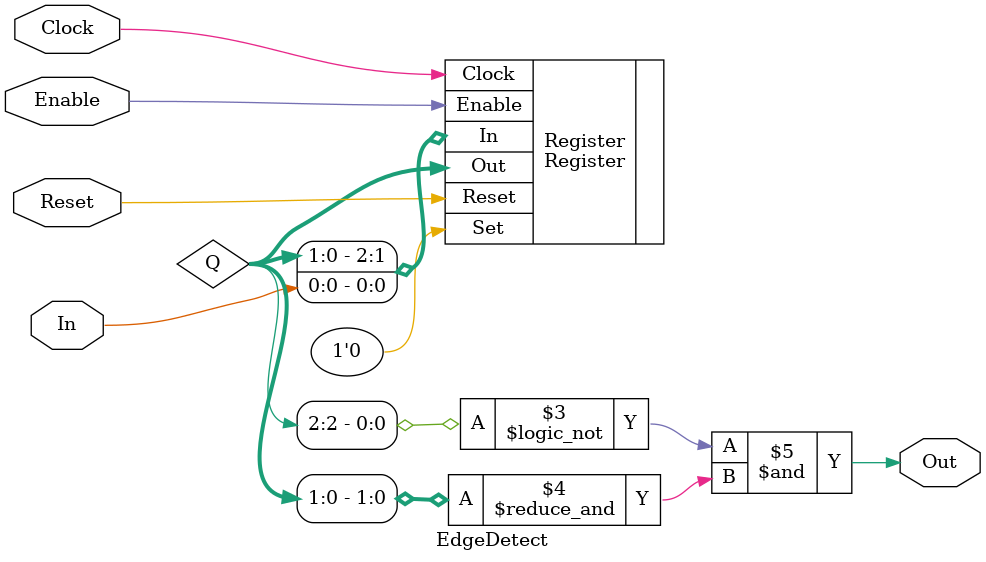
<source format=v>


//------------------------------------------------------------------------------
//	Module:		EdgeDetect
//	Desc:		A simple parameterized, shift-register based edge detector.
//				Note this module is fully moore-tyle, the output is isolated
//				from the input by a single flip-flop.
//	Params:		Width:		The number of samples of the input signal to examine
//				UpWidth:	The number of consecutive high samples which must
//							appear before the edge is signaled (assuming
//							posedge detection).
//				Type:	number	type
//						0	posedge
//						1	negedge
//						2	both
//	Author:		<a href="http://gdgib.gotdns.com/~gdgib/">Greg Gibeling</a>
//	Version:	$Revision: 17689 $
//------------------------------------------------------------------------------
module EdgeDetect(Clock, Reset, Enable, In, Out);
	//--------------------------------------------------------------------------
	//	Parameters
	//--------------------------------------------------------------------------
	parameter				Width = 				3,
							UpWidth = 				2,
							Type =					0,
							AsyncReset =			0;
	//--------------------------------------------------------------------------
	
	//--------------------------------------------------------------------------
	//	I/O
	//--------------------------------------------------------------------------
	input					Clock, Reset, Enable;
	input					In;
	output reg				Out;
	//--------------------------------------------------------------------------

	//--------------------------------------------------------------------------
	//	Wires & Regs
	//--------------------------------------------------------------------------
	wire	[Width-1:0]		Q;
	//--------------------------------------------------------------------------
	
	//--------------------------------------------------------------------------
	//	Output Decoder
	//--------------------------------------------------------------------------
	always @ (Q) begin
		case (Type)
			0:	Out =								(~|(Q[Width-1:UpWidth])) & (&(Q[UpWidth-1:0]));
			1:	Out =								(&(Q[Width-1:UpWidth])) & (~|(Q[UpWidth-1:0]));
			2:	Out =								((~|(Q[Width-1:UpWidth])) | (&(Q[Width-1:UpWidth]))) ^ ((~|(Q[UpWidth-1:0])) | (&(Q[UpWidth-1:0])));
			default: Out =							1'bx;
		endcase
	end
	//--------------------------------------------------------------------------

	//--------------------------------------------------------------------------
	//	Shift Register
	//--------------------------------------------------------------------------
	Register		#(			.Width(				Width),
								.AsyncReset(		AsyncReset))
					Register(	.Clock(				Clock),
								.Reset(				Reset),
								.Set(				1'b0),
								.Enable(			Enable),
								.In(				{Q[Width-2:0], In}),
								.Out(				Q));
	//--------------------------------------------------------------------------
endmodule
//------------------------------------------------------------------------------
</source>
